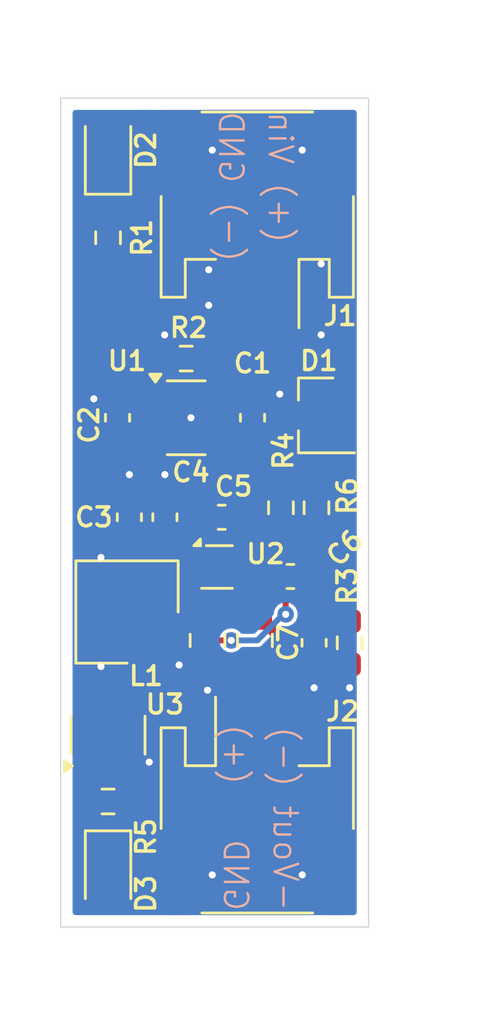
<source format=kicad_pcb>
(kicad_pcb (version 20240108) (generator "pcbnew") (generator_version "8.0")
  (layers (0 "F.Cu" signal) (31 "B.Cu" signal) (34 "B.Paste" user) (35 "F.Paste" user) (36 "B.SilkS" user "B.Silkscreen") (37 "F.SilkS" user "F.Silkscreen") (38 "B.Mask" user) (39 "F.Mask" user) (44 "Edge.Cuts" user))
  (net 0 "")
  (net 1 "GND")
  (net 2 "/-Vout")
  (net 3 "+BATT")
  (net 4 "Net-(U2-BST)")
  (net 5 "Net-(U2-SW)")
  (net 6 "Net-(U2-FB)")
  (net 7 "/Vin")
  (net 9 "Net-(D2-K)")
  (net 10 "Net-(D3-K)")
  (net 11 "Net-(D3-A)")
  (net 12 "Net-(U1-STAT)")
  (net 13 "Net-(U1-PROG)")
  (net 16 "Net-(U2-EN)")
  (footprint "Capacitor_SMD:C_0603_1608Metric_Pad1.08x0.95mm_HandSolder" (layer "F.Cu") (at 92.4 61.5 90)
    (property "Reference" "C2" (at -0.3 -1.2 -90) (layer "F.SilkS") (effects (font (size 0.8 0.8))))
    (property "Value" "10uF,25V,X5R,0603")
    (fp_line (start -0.146267 -0.51) (end 0.146267 -0.51) (stroke (width 0.12)) (layer "F.SilkS"))
    (fp_line (start -0.146267 0.51) (end 0.146267 0.51) (stroke (width 0.12)) (layer "F.SilkS"))
    (pad "1" smd roundrect (at -0.8625 0 90) (size 1.075 0.95) (layers "F.Cu" "F.Paste" "F.Mask") (net 3 "+BATT"))
    (pad "2" smd roundrect (at 0.8625 0 90) (size 1.075 0.95) (layers "F.Cu" "F.Paste" "F.Mask") (net 1 "GND"))
  )
  (footprint "Connector_User:JST_PH_S2B-PH-SM4-TB_1x02-1MP_P2.00mm_Horizontal" (layer "F.Cu") (at 98.3 53.1 180)
    (property "Reference" "J1" (at -3.5 -4.1 180) (layer "F.SilkS") (effects (font (size 0.8 0.8))))
    (property "Value" "JST_S2B-PH-SM4-x")
    (fp_line (start 4.06 0.94) (end 4.06 -3.31) (stroke (width 0.12)) (layer "F.SilkS"))
    (fp_line (start 4.06 -3.31) (end 3.04 -3.31) (stroke (width 0.12)) (layer "F.SilkS"))
    (fp_line (start 3.04 -1.71) (end 1.76 -1.71) (stroke (width 0.12)) (layer "F.SilkS"))
    (fp_line (start 3.04 -3.31) (end 3.04 -1.71) (stroke (width 0.12)) (layer "F.SilkS"))
    (fp_line (start -1.76 -1.71) (end -1.76 -4.6) (stroke (width 0.12)) (layer "F.SilkS"))
    (fp_line (start -2.34 4.51) (end 2.34 4.51) (stroke (width 0.12)) (layer "F.SilkS"))
    (fp_line (start -3.04 -1.71) (end -1.76 -1.71) (stroke (width 0.12)) (layer "F.SilkS"))
    (fp_line (start -3.04 -3.31) (end -3.04 -1.71) (stroke (width 0.12)) (layer "F.SilkS"))
    (fp_line (start -4.06 0.94) (end -4.06 -3.31) (stroke (width 0.12)) (layer "F.SilkS"))
    (fp_line (start -4.06 -3.31) (end -3.04 -3.31) (stroke (width 0.12)) (layer "F.SilkS"))
    (pad "1" smd roundrect (at -1 -2.85 180) (size 1 3.5) (layers "F.Cu" "F.Paste" "F.Mask") (net 7 "/Vin"))
    (pad "2" smd roundrect (at 1 -2.85 180) (size 1 3.5) (layers "F.Cu" "F.Paste" "F.Mask") (net 1 "GND"))
    (pad "MP1" smd roundrect (at -3.35 2.9 180) (size 1.5 3.4) (layers "F.Cu" "F.Paste" "F.Mask") (roundrect_rratio 0.166667) (net 1 "GND"))
    (pad "MP2" smd roundrect (at 3.35 2.9 180) (size 1.5 3.4) (layers "F.Cu" "F.Paste" "F.Mask") (roundrect_rratio 0.166667) (net 1 "GND"))
  )
  (footprint "Resistor_SMD:R_0603_1608Metric_Pad0.98x0.95mm_HandSolder" (layer "F.Cu") (at 99.3 65.3 90)
    (property "Reference" "R4" (at 2.4 0.1 -90) (layer "F.SilkS") (effects (font (size 0.8 0.8))))
    (property "Value" "4.7k,0603")
    (fp_line (start -0.254724 -0.5225) (end 0.254724 -0.5225) (stroke (width 0.12)) (layer "F.SilkS"))
    (fp_line (start -0.254724 0.5225) (end 0.254724 0.5225) (stroke (width 0.12)) (layer "F.SilkS"))
    (pad "1" smd roundrect (at -0.9125 0 90) (size 0.975 0.95) (layers "F.Cu" "F.Paste" "F.Mask") (net 6 "Net-(U2-FB)"))
    (pad "2" smd roundrect (at 0.9125 0 90) (size 0.975 0.95) (layers "F.Cu" "F.Paste" "F.Mask") (net 2 "/-Vout"))
  )
  (footprint "Package_TO_SOT_SMD:SOT-563" (layer "F.Cu") (at 96.6 67.8)
    (property "Reference" "U2" (at 2.05 -0.55 180) (layer "F.SilkS") (effects (font (size 0.8 0.8))))
    (property "Value" "TPS562242")
    (fp_line (start 0.65 -0.9) (end -0.45 -0.9) (stroke (width 0.12)) (layer "F.SilkS"))
    (fp_line (start 0.65 0.9) (end -0.65 0.9) (stroke (width 0.12)) (layer "F.SilkS"))
    (fp_poly (pts (xy -0.7 -0.9) (xy -0.98 -0.9) (xy -0.7 -1.18) (xy -0.7 -0.9)) (stroke (width 0.12)) (fill solid) (layer "F.SilkS"))
    (pad "1" smd roundrect (at -0.75 -0.5) (size 0.7 0.34) (layers "F.Cu" "F.Paste" "F.Mask") (net 3 "+BATT"))
    (pad "2" smd roundrect (at -0.75 0) (size 0.7 0.34) (layers "F.Cu" "F.Paste" "F.Mask") (net 5 "Net-(U2-SW)"))
    (pad "3" smd roundrect (at -0.75 0.5) (size 0.7 0.34) (layers "F.Cu" "F.Paste" "F.Mask") (net 2 "/-Vout"))
    (pad "4" smd roundrect (at 0.75 0.5) (size 0.7 0.34) (layers "F.Cu" "F.Paste" "F.Mask") (net 4 "Net-(U2-BST)"))
    (pad "5" smd roundrect (at 0.75 0) (size 0.7 0.34) (layers "F.Cu" "F.Paste" "F.Mask") (net 16 "Net-(U2-EN)"))
    (pad "6" smd roundrect (at 0.75 -0.5) (size 0.7 0.34) (layers "F.Cu" "F.Paste" "F.Mask") (net 6 "Net-(U2-FB)"))
  )
  (footprint "Package_TO_SOT_SMD_User:SOT-23_Handsoldering" (layer "F.Cu") (at 100.8 61.4 180)
    (property "Reference" "D1" (at -0.1 2.3 180) (layer "F.SilkS") (effects (font (size 0.8 0.8))))
    (property "Value" "824021")
    (fp_line (start 0.76 1.58) (end 0.76 0.65) (stroke (width 0.12)) (layer "F.SilkS"))
    (fp_line (start 0.76 1.58) (end -0.7 1.58) (stroke (width 0.12)) (layer "F.SilkS"))
    (fp_line (start 0.76 -1.58) (end 0.76 -0.65) (stroke (width 0.12)) (layer "F.SilkS"))
    (fp_line (start 0.76 -1.58) (end -1.6 -1.58) (stroke (width 0.12)) (layer "F.SilkS"))
    (pad "1" smd roundrect (at -1.1 -0.95 180) (size 1.1 0.8) (layers "F.Cu" "F.Paste" "F.Mask") (net 7 "/Vin"))
    (pad "2" smd roundrect (at -1.1 0.95 180) (size 1.1 0.8) (layers "F.Cu" "F.Paste" "F.Mask"))
    (pad "3" smd roundrect (at 1.1 0 180) (size 1.1 0.8) (layers "F.Cu" "F.Paste" "F.Mask") (net 1 "GND"))
  )
  (footprint "LED_SMD:LED_0805_2012Metric_Pad1.15x1.40mm_HandSolder" (layer "F.Cu") (at 92 50.2 90)
    (property "Reference" "D2" (at 0 1.6 -90) (layer "F.SilkS") (effects (font (size 0.8 0.8))))
    (property "Value" "150080GS75000")
    (fp_line (start 1 -0.96) (end -1.86 -0.96) (stroke (width 0.12)) (layer "F.SilkS"))
    (fp_line (start -1.86 -0.96) (end -1.86 0.96) (stroke (width 0.12)) (layer "F.SilkS"))
    (fp_line (start -1.86 0.96) (end 1 0.96) (stroke (width 0.12)) (layer "F.SilkS"))
    (pad "1" smd roundrect (at -1.025 0 90) (size 1.15 1.4) (layers "F.Cu" "F.Paste" "F.Mask") (roundrect_rratio 0.217391) (net 9 "Net-(D2-K)"))
    (pad "2" smd roundrect (at 1.025 0 90) (size 1.15 1.4) (layers "F.Cu" "F.Paste" "F.Mask") (roundrect_rratio 0.217391) (net 7 "/Vin"))
  )
  (footprint "Resistor_SMD:R_0603_1608Metric_Pad0.98x0.95mm_HandSolder" (layer "F.Cu") (at 92 53.9 -90)
    (property "Reference" "R1" (at 0 -1.43 90) (layer "F.SilkS") (effects (font (size 0.8 0.8))))
    (property "Value" "2k,0603")
    (fp_line (start -0.254724 0.5225) (end 0.254724 0.5225) (stroke (width 0.12)) (layer "F.SilkS"))
    (fp_line (start -0.254724 -0.5225) (end 0.254724 -0.5225) (stroke (width 0.12)) (layer "F.SilkS"))
    (pad "1" smd roundrect (at -0.9125 0 270) (size 0.975 0.95) (layers "F.Cu" "F.Paste" "F.Mask") (net 9 "Net-(D2-K)"))
    (pad "2" smd roundrect (at 0.9125 0 270) (size 0.975 0.95) (layers "F.Cu" "F.Paste" "F.Mask") (net 12 "Net-(U1-STAT)"))
  )
  (footprint "Package_TO_SOT_SMD:SOT-23-5" (layer "F.Cu") (at 95.3 61.5)
    (property "Reference" "U1" (at -2.5 -2.4 0) (layer "F.SilkS") (effects (font (size 0.8 0.8))))
    (property "Value" "MCP73831-2-OT")
    (fp_line (start 0 -1.56) (end -0.8 -1.56) (stroke (width 0.12)) (layer "F.SilkS"))
    (fp_line (start 0 -1.56) (end 0.8 -1.56) (stroke (width 0.12)) (layer "F.SilkS"))
    (fp_line (start 0 1.56) (end -0.8 1.56) (stroke (width 0.12)) (layer "F.SilkS"))
    (fp_line (start 0 1.56) (end 0.8 1.56) (stroke (width 0.12)) (layer "F.SilkS"))
    (fp_poly (pts (xy -1.3 -1.51) (xy -1.54 -1.84) (xy -1.06 -1.84) (xy -1.3 -1.51)) (stroke (width 0.12)) (fill solid) (layer "F.SilkS"))
    (pad "1" smd roundrect (at -1.1375 -0.95) (size 1.325 0.6) (layers "F.Cu" "F.Paste" "F.Mask") (net 12 "Net-(U1-STAT)"))
    (pad "2" smd roundrect (at -1.1375 0) (size 1.325 0.6) (layers "F.Cu" "F.Paste" "F.Mask") (net 1 "GND"))
    (pad "3" smd roundrect (at -1.1375 0.95) (size 1.325 0.6) (layers "F.Cu" "F.Paste" "F.Mask") (net 3 "+BATT"))
    (pad "4" smd roundrect (at 1.1375 0.95) (size 1.325 0.6) (layers "F.Cu" "F.Paste" "F.Mask") (net 7 "/Vin"))
    (pad "5" smd roundrect (at 1.1375 -0.95) (size 1.325 0.6) (layers "F.Cu" "F.Paste" "F.Mask") (net 13 "Net-(U1-PROG)"))
  )
  (footprint "Capacitor_SMD:C_0603_1608Metric_Pad1.08x0.95mm_HandSolder" (layer "F.Cu") (at 92.9 65.7 90)
    (property "Reference" "C3" (at 0 -1.5 0) (layer "F.SilkS") (effects (font (size 0.8 0.8))))
    (property "Value" "10uF,25V,X5R,0603")
    (fp_line (start -0.146267 -0.51) (end 0.146267 -0.51) (stroke (width 0.12)) (layer "F.SilkS"))
    (fp_line (start -0.146267 0.51) (end 0.146267 0.51) (stroke (width 0.12)) (layer "F.SilkS"))
    (pad "1" smd roundrect (at -0.8625 0 90) (size 1.075 0.95) (layers "F.Cu" "F.Paste" "F.Mask") (net 3 "+BATT"))
    (pad "2" smd roundrect (at 0.8625 0 90) (size 1.075 0.95) (layers "F.Cu" "F.Paste" "F.Mask") (net 1 "GND"))
  )
  (footprint "Connector_User:JST_PH_S2B-PH-SM4-TB_1x02-1MP_P2.00mm_Horizontal" (layer "F.Cu") (at 98.3 77.9)
    (property "Reference" "J2" (at 3.6 -4 0) (layer "F.SilkS") (effects (font (size 0.8 0.8))))
    (property "Value" "JST_S2B-PH-SM4-x")
    (fp_line (start -4.06 -3.31) (end -3.04 -3.31) (stroke (width 0.12)) (layer "F.SilkS"))
    (fp_line (start -4.06 0.94) (end -4.06 -3.31) (stroke (width 0.12)) (layer "F.SilkS"))
    (fp_line (start -3.04 -3.31) (end -3.04 -1.71) (stroke (width 0.12)) (layer "F.SilkS"))
    (fp_line (start -3.04 -1.71) (end -1.76 -1.71) (stroke (width 0.12)) (layer "F.SilkS"))
    (fp_line (start -2.34 4.51) (end 2.34 4.51) (stroke (width 0.12)) (layer "F.SilkS"))
    (fp_line (start -1.76 -1.71) (end -1.76 -4.6) (stroke (width 0.12)) (layer "F.SilkS"))
    (fp_line (start 3.04 -3.31) (end 3.04 -1.71) (stroke (width 0.12)) (layer "F.SilkS"))
    (fp_line (start 3.04 -1.71) (end 1.76 -1.71) (stroke (width 0.12)) (layer "F.SilkS"))
    (fp_line (start 4.06 -3.31) (end 3.04 -3.31) (stroke (width 0.12)) (layer "F.SilkS"))
    (fp_line (start 4.06 0.94) (end 4.06 -3.31) (stroke (width 0.12)) (layer "F.SilkS"))
    (pad "1" smd roundrect (at -1 -2.85) (size 1 3.5) (layers "F.Cu" "F.Paste" "F.Mask") (net 1 "GND"))
    (pad "2" smd roundrect (at 1 -2.85) (size 1 3.5) (layers "F.Cu" "F.Paste" "F.Mask") (net 2 "/-Vout"))
    (pad "MP1" smd roundrect (at -3.35 2.9) (size 1.5 3.4) (layers "F.Cu" "F.Paste" "F.Mask") (roundrect_rratio 0.166667) (net 1 "GND"))
    (pad "MP2" smd roundrect (at 3.35 2.9) (size 1.5 3.4) (layers "F.Cu" "F.Paste" "F.Mask") (roundrect_rratio 0.166667) (net 1 "GND"))
  )
  (footprint "Capacitor_SMD:C_0603_1608Metric_Pad1.08x0.95mm_HandSolder" (layer "F.Cu") (at 99.7 68.2)
    (property "Reference" "C6" (at 2.3 -1.2 45) (layer "F.SilkS") (effects (font (size 0.8 0.8))))
    (property "Value" "100nF,50V,X7R,0603")
    (fp_line (start -0.146267 -0.51) (end 0.146267 -0.51) (stroke (width 0.12)) (layer "F.SilkS"))
    (fp_line (start -0.146267 0.51) (end 0.146267 0.51) (stroke (width 0.12)) (layer "F.SilkS"))
    (pad "1" smd roundrect (at -0.8625 0) (size 1.075 0.95) (layers "F.Cu" "F.Paste" "F.Mask") (net 4 "Net-(U2-BST)"))
    (pad "2" smd roundrect (at 0.8625 0) (size 1.075 0.95) (layers "F.Cu" "F.Paste" "F.Mask") (net 5 "Net-(U2-SW)"))
  )
  (footprint "Resistor_SMD:R_0603_1608Metric_Pad0.98x0.95mm_HandSolder" (layer "F.Cu") (at 92 77.7 180)
    (property "Reference" "R5" (at -1.6 -1.5 -90) (layer "F.SilkS") (effects (font (size 0.8 0.8))))
    (property "Value" "27.4k,0603")
    (fp_line (start -0.254724 0.5225) (end 0.254724 0.5225) (stroke (width 0.12)) (layer "F.SilkS"))
    (fp_line (start -0.254724 -0.5225) (end 0.254724 -0.5225) (stroke (width 0.12)) (layer "F.SilkS"))
    (pad "1" smd roundrect (at -0.9125 0 180) (size 0.975 0.95) (layers "F.Cu" "F.Paste" "F.Mask") (net 3 "+BATT"))
    (pad "2" smd roundrect (at 0.9125 0 180) (size 0.975 0.95) (layers "F.Cu" "F.Paste" "F.Mask") (net 11 "Net-(D3-A)"))
  )
  (footprint "Capacitor_SMD:C_0603_1608Metric_Pad1.08x0.95mm_HandSolder" (layer "F.Cu") (at 98.1 61.5 90)
    (property "Reference" "C1" (at 2.3 0 0) (layer "F.SilkS") (effects (font (size 0.8 0.8))))
    (property "Value" "10uF,25V,X5R,0603")
    (fp_line (start -0.146267 -0.51) (end 0.146267 -0.51) (stroke (width 0.12)) (layer "F.SilkS"))
    (fp_line (start -0.146267 0.51) (end 0.146267 0.51) (stroke (width 0.12)) (layer "F.SilkS"))
    (pad "1" smd roundrect (at -0.8625 0 90) (size 1.075 0.95) (layers "F.Cu" "F.Paste" "F.Mask") (net 7 "/Vin"))
    (pad "2" smd roundrect (at 0.8625 0 90) (size 1.075 0.95) (layers "F.Cu" "F.Paste" "F.Mask") (net 1 "GND"))
  )
  (footprint "Capacitor_SMD:C_0805_2012Metric_Pad1.18x1.45mm_HandSolder" (layer "F.Cu") (at 96.2 70.9 90)
    (property "Reference" "C8" (hide yes))
    (property "Value" "22uF,25V,X5R,0805")
    (fp_line (start -0.261252 -0.735) (end 0.261252 -0.735) (stroke (width 0.12)) (layer "F.SilkS"))
    (fp_line (start -0.261252 0.735) (end 0.261252 0.735) (stroke (width 0.12)) (layer "F.SilkS"))
    (pad "1" smd roundrect (at -1.0375 0 90) (size 1.175 1.45) (layers "F.Cu" "F.Paste" "F.Mask") (roundrect_rratio 0.212766) (net 1 "GND"))
    (pad "2" smd roundrect (at 1.0375 0 90) (size 1.175 1.45) (layers "F.Cu" "F.Paste" "F.Mask") (roundrect_rratio 0.212766) (net 2 "/-Vout"))
  )
  (footprint "Capacitor_SMD:C_0603_1608Metric_Pad1.08x0.95mm_HandSolder" (layer "F.Cu") (at 100.7 71 90)
    (property "Reference" "C7" (at 0 -1.1 -90) (layer "F.SilkS") (effects (font (size 0.8 0.8))))
    (property "Value" "56pF,50V,C0G,0603")
    (fp_line (start -0.146267 -0.51) (end 0.146267 -0.51) (stroke (width 0.12)) (layer "F.SilkS"))
    (fp_line (start -0.146267 0.51) (end 0.146267 0.51) (stroke (width 0.12)) (layer "F.SilkS"))
    (pad "1" smd roundrect (at -0.8625 0 90) (size 1.075 0.95) (layers "F.Cu" "F.Paste" "F.Mask") (net 1 "GND"))
    (pad "2" smd roundrect (at 0.8625 0 90) (size 1.075 0.95) (layers "F.Cu" "F.Paste" "F.Mask") (net 6 "Net-(U2-FB)"))
  )
  (footprint "LED_SMD:LED_0805_2012Metric_Pad1.15x1.40mm_HandSolder" (layer "F.Cu") (at 92 80.8 -90)
    (property "Reference" "D3" (at 0.8 -1.6 90) (layer "F.SilkS") (effects (font (size 0.8 0.8))))
    (property "Value" "150080SS75000")
    (fp_line (start -1.86 0.96) (end 1 0.96) (stroke (width 0.12)) (layer "F.SilkS"))
    (fp_line (start -1.86 -0.96) (end -1.86 0.96) (stroke (width 0.12)) (layer "F.SilkS"))
    (fp_line (start 1 -0.96) (end -1.86 -0.96) (stroke (width 0.12)) (layer "F.SilkS"))
    (pad "1" smd roundrect (at -1.025 0 270) (size 1.15 1.4) (layers "F.Cu" "F.Paste" "F.Mask") (roundrect_rratio 0.217391) (net 10 "Net-(D3-K)"))
    (pad "2" smd roundrect (at 1.025 0 270) (size 1.15 1.4) (layers "F.Cu" "F.Paste" "F.Mask") (roundrect_rratio 0.217391) (net 11 "Net-(D3-A)"))
  )
  (footprint "Inductor_SMD_User:L_Wurth_WE-MAPI-4020" (layer "F.Cu") (at 92.8 69.7 180)
    (property "Reference" "L1" (at -0.8 -2.7 0) (layer "F.SilkS") (effects (font (size 0.8 0.8))))
    (property "Value" "74438356056")
    (fp_line (start 2.16 -2.16) (end 2.16 2.16) (stroke (width 0.12)) (layer "F.SilkS"))
    (fp_line (start 0 -2.16) (end 2.16 -2.16) (stroke (width 0.12)) (layer "F.SilkS"))
    (fp_line (start -2.16 2.16) (end 2.16 2.16) (stroke (width 0.12)) (layer "F.SilkS"))
    (fp_line (start -2.16 0) (end -2.16 2.16) (stroke (width 0.12)) (layer "F.SilkS"))
    (pad "1" smd rect (at -1.185 0 180) (size 0.98 3.7) (layers "F.Cu" "F.Paste" "F.Mask") (net 5 "Net-(U2-SW)"))
    (pad "2" smd rect (at 1.185 0 180) (size 0.98 3.7) (layers "F.Cu" "F.Paste" "F.Mask") (net 1 "GND"))
    (zone (net 0) (net_name "") (layers "F.Cu" "Dwgs.User") (name "Solder Resist") (connect_pads (clearance 0)) (min_thickness 0.25)
      (keepout (tracks not_allowed) (vias not_allowed) (pads not_allowed) (copperpour not_allowed) (footprints not_allowed))
      (fill (thermal_gap 0.5) (thermal_bridge_width 0.5))
      (polygon (pts (xy 93.5 67.55) (xy 92.1 67.55) (xy 92.1 71.85) (xy 93.5 71.85)))
    )
  )
  (footprint "Resistor_SMD:R_0603_1608Metric_Pad0.98x0.95mm_HandSolder" (layer "F.Cu") (at 95.3 59 180)
    (property "Reference" "R2" (at -0.1 1.3 180) (layer "F.SilkS") (effects (font (size 0.8 0.8))))
    (property "Value" "2k,0603")
    (fp_line (start -0.254724 0.5225) (end 0.254724 0.5225) (stroke (width 0.12)) (layer "F.SilkS"))
    (fp_line (start -0.254724 -0.5225) (end 0.254724 -0.5225) (stroke (width 0.12)) (layer "F.SilkS"))
    (pad "1" smd roundrect (at -0.9125 0 180) (size 0.975 0.95) (layers "F.Cu" "F.Paste" "F.Mask") (net 13 "Net-(U1-PROG)"))
    (pad "2" smd roundrect (at 0.9125 0 180) (size 0.975 0.95) (layers "F.Cu" "F.Paste" "F.Mask") (net 1 "GND"))
  )
  (footprint "Package_TO_SOT_SMD:SOT-23-5" (layer "F.Cu") (at 92 74.9 90)
    (property "Reference" "U3" (at 1.3 2.4 0) (layer "F.SilkS") (effects (font (size 0.8 0.8))))
    (property "Value" "BD4836G-xx")
    (fp_line (start 0 -1.56) (end 0.8 -1.56) (stroke (width 0.12)) (layer "F.SilkS"))
    (fp_line (start 0 -1.56) (end -0.8 -1.56) (stroke (width 0.12)) (layer "F.SilkS"))
    (fp_line (start 0 1.56) (end 0.8 1.56) (stroke (width 0.12)) (layer "F.SilkS"))
    (fp_line (start 0 1.56) (end -0.8 1.56) (stroke (width 0.12)) (layer "F.SilkS"))
    (fp_poly (pts (xy -1.3 -1.51) (xy -1.54 -1.84) (xy -1.06 -1.84) (xy -1.3 -1.51)) (stroke (width 0.12)) (fill solid) (layer "F.SilkS"))
    (pad "1" smd roundrect (at -1.1375 -0.95 90) (size 1.325 0.6) (layers "F.Cu" "F.Paste" "F.Mask") (net 10 "Net-(D3-K)"))
    (pad "2" smd roundrect (at -1.1375 0 90) (size 1.325 0.6) (layers "F.Cu" "F.Paste" "F.Mask") (net 3 "+BATT"))
    (pad "3" smd roundrect (at -1.1375 0.95 90) (size 1.325 0.6) (layers "F.Cu" "F.Paste" "F.Mask") (net 1 "GND"))
    (pad "4" smd roundrect (at 1.1375 0.95 90) (size 1.325 0.6) (layers "F.Cu" "F.Paste" "F.Mask"))
    (pad "5" smd roundrect (at 1.1375 -0.95 90) (size 1.325 0.6) (layers "F.Cu" "F.Paste" "F.Mask"))
  )
  (footprint "Resistor_SMD:R_0603_1608Metric_Pad0.98x0.95mm_HandSolder" (layer "F.Cu") (at 100.8 65.3 -90)
    (property "Reference" "R6" (at -0.5 -1.3 90) (layer "F.SilkS") (effects (font (size 0.8 0.8))))
    (property "Value" "10k,0603")
    (fp_line (start -0.254724 0.5225) (end 0.254724 0.5225) (stroke (width 0.12)) (layer "F.SilkS"))
    (fp_line (start -0.254724 -0.5225) (end 0.254724 -0.5225) (stroke (width 0.12)) (layer "F.SilkS"))
    (pad "1" smd roundrect (at -0.9125 0 270) (size 0.975 0.95) (layers "F.Cu" "F.Paste" "F.Mask") (net 3 "+BATT"))
    (pad "2" smd roundrect (at 0.9125 0 270) (size 0.975 0.95) (layers "F.Cu" "F.Paste" "F.Mask") (net 16 "Net-(U2-EN)"))
  )
  (footprint "Capacitor_SMD:C_0603_1608Metric_Pad1.08x0.95mm_HandSolder" (layer "F.Cu") (at 96.8 65.7)
    (property "Reference" "C5" (at 0.5 -1.3 180) (layer "F.SilkS") (effects (font (size 0.8 0.8))))
    (property "Value" "10uF,25V,X5R,0603")
    (fp_line (start -0.146267 -0.51) (end 0.146267 -0.51) (stroke (width 0.12)) (layer "F.SilkS"))
    (fp_line (start -0.146267 0.51) (end 0.146267 0.51) (stroke (width 0.12)) (layer "F.SilkS"))
    (pad "1" smd roundrect (at -0.8625 0) (size 1.075 0.95) (layers "F.Cu" "F.Paste" "F.Mask") (net 3 "+BATT"))
    (pad "2" smd roundrect (at 0.8625 0) (size 1.075 0.95) (layers "F.Cu" "F.Paste" "F.Mask") (net 2 "/-Vout"))
  )
  (footprint "Resistor_SMD:R_0603_1608Metric_Pad0.98x0.95mm_HandSolder" (layer "F.Cu") (at 102.2 71 90)
    (property "Reference" "R3" (at 2.4 -0.1 90) (layer "F.SilkS") (effects (font (size 0.8 0.8))))
    (property "Value" "20k,0603")
    (fp_line (start -0.254724 -0.5225) (end 0.254724 -0.5225) (stroke (width 0.12)) (layer "F.SilkS"))
    (fp_line (start -0.254724 0.5225) (end 0.254724 0.5225) (stroke (width 0.12)) (layer "F.SilkS"))
    (pad "1" smd roundrect (at -0.9125 0 90) (size 0.975 0.95) (layers "F.Cu" "F.Paste" "F.Mask") (net 1 "GND"))
    (pad "2" smd roundrect (at 0.9125 0 90) (size 0.975 0.95) (layers "F.Cu" "F.Paste" "F.Mask") (net 6 "Net-(U2-FB)"))
  )
  (footprint "Capacitor_SMD:C_0603_1608Metric_Pad1.08x0.95mm_HandSolder" (layer "F.Cu") (at 94.4 65.7 90)
    (property "Reference" "C4" (at 1.9 1.1 180) (layer "F.SilkS") (effects (font (size 0.8 0.8))))
    (property "Value" "10uF,25V,X5R,0603")
    (fp_line (start -0.146267 -0.51) (end 0.146267 -0.51) (stroke (width 0.12)) (layer "F.SilkS"))
    (fp_line (start -0.146267 0.51) (end 0.146267 0.51) (stroke (width 0.12)) (layer "F.SilkS"))
    (pad "1" smd roundrect (at -0.8625 0 90) (size 1.075 0.95) (layers "F.Cu" "F.Paste" "F.Mask") (net 3 "+BATT"))
    (pad "2" smd roundrect (at 0.8625 0 90) (size 1.075 0.95) (layers "F.Cu" "F.Paste" "F.Mask") (net 1 "GND"))
  )
  (footprint "Capacitor_SMD:C_0805_2012Metric_Pad1.18x1.45mm_HandSolder" (layer "F.Cu") (at 98.2 70.9 90)
    (property "Reference" "C9" (hide yes))
    (property "Value" "22uF,25V,X5R,0805")
    (fp_line (start -0.261252 -0.735) (end 0.261252 -0.735) (stroke (width 0.12)) (layer "F.SilkS"))
    (fp_line (start -0.261252 0.735) (end 0.261252 0.735) (stroke (width 0.12)) (layer "F.SilkS"))
    (pad "1" smd roundrect (at -1.0375 0 90) (size 1.175 1.45) (layers "F.Cu" "F.Paste" "F.Mask") (roundrect_rratio 0.212766) (net 1 "GND"))
    (pad "2" smd roundrect (at 1.0375 0 90) (size 1.175 1.45) (layers "F.Cu" "F.Paste" "F.Mask") (roundrect_rratio 0.212766) (net 2 "/-Vout"))
  )
  (gr_line (start 103 48) (end 103 83) (stroke (width 0.05)) (layer "Edge.Cuts"))
  (gr_line (start 103 83) (end 90 83) (stroke (width 0.05)) (layer "Edge.Cuts"))
  (gr_line (start 90 83) (end 90 48) (stroke (width 0.05)) (layer "Edge.Cuts"))
  (gr_line (start 90 48) (end 103 48) (stroke (width 0.05)) (layer "Edge.Cuts"))
  (gr_text "GND   (+)" (at 96.8 82.4 270) (layer "B.SilkS") (effects (font (size 1 1) (thickness 0.1)) (justify left bottom mirror)))
  (gr_text "(-) GND" (at 96.6 55 270) (layer "B.SilkS") (effects (font (size 1 1) (thickness 0.1)) (justify left bottom mirror)))
  (gr_text "-Vout (-)" (at 98.9 82.4 270) (layer "B.SilkS") (effects (font (size 1 1) (thickness 0.1)) (justify left bottom mirror)))
  (gr_text "(+) Vin" (at 98.7 54.2 270) (layer "B.SilkS") (effects (font (size 1 1) (thickness 0.1)) (justify left bottom mirror)))
  (segment (start 92.9 64.8375) (end 92.9 63.9) (width 0.3) (layer "F.Cu") (net 1))
  (segment (start 95.1375 71.9375) (end 96.2 71.9375) (width 0.8) (layer "F.Cu") (net 1))
  (segment (start 91.4625 60.6375) (end 91.4 60.7) (width 0.4) (layer "F.Cu") (net 1))
  (segment (start 99.7 60.7) (end 99.7 61.4) (width 0.3) (layer "F.Cu") (net 1))
  (segment (start 97.3 55.25) (end 97.3 55.95) (width 0.3) (layer "F.Cu") (net 1))
  (segment (start 97.3 56.75) (end 97.3 55.95) (width 0.3) (layer "F.Cu") (net 1))
  (segment (start 91.7 69.615) (end 91.615 69.7) (width 0.4) (layer "F.Cu") (net 1))
  (segment (start 93.7375 76.0375) (end 92.95 76.0375) (width 0.25) (layer "F.Cu") (net 1))
  (segment (start 100.7 71.8625) (end 100.7 72.9) (width 0.3) (layer "F.Cu") (net 1))
  (segment (start 91.7 69.785) (end 91.615 69.7) (width 0.4) (layer "F.Cu") (net 1))
  (segment (start 96.2 71.9375) (end 98.2 71.9375) (width 0.8) (layer "F.Cu") (net 1))
  (segment (start 91.984314 72.3) (end 91.7 72.015686) (width 0.8) (layer "F.Cu") (net 1))
  (segment (start 97.3 58.4) (end 98.1 59.2) (width 0.5) (layer "F.Cu") (net 1))
  (segment (start 94.6 72.3) (end 91.984314 72.3) (width 0.8) (layer "F.Cu") (net 1))
  (segment (start 91.7 72.015686) (end 91.7 72) (width 0.8) (layer "F.Cu") (net 1))
  (segment (start 91.7 67.4) (end 91.7 69.615) (width 0.4) (layer "F.Cu") (net 1))
  (segment (start 97.3 73.7) (end 97.3 75.05) (width 0.5) (layer "F.Cu") (net 1))
  (segment (start 98.1 59.2) (end 98.1 60.6375) (width 0.5) (layer "F.Cu") (net 1))
  (segment (start 96.25 55.25) (end 97.3 55.25) (width 0.5) (layer "F.Cu") (net 1))
  (segment (start 91.7 72) (end 91.7 69.785) (width 0.7) (layer "F.Cu") (net 1))
  (segment (start 94.9625 71.9375) (end 94.6 72.3) (width 0.8) (layer "F.Cu") (net 1))
  (segment (start 96.2 71.9375) (end 96.2 73) (width 0.5) (layer "F.Cu") (net 1))
  (segment (start 94.3875 58) (end 94.3875 59) (width 0.25) (layer "F.Cu") (net 1))
  (segment (start 93.2625 61.5) (end 92.4 60.6375) (width 0.4) (layer "F.Cu") (net 1))
  (segment (start 99.5 60.5) (end 99.7 60.7) (width 0.3) (layer "F.Cu") (net 1))
  (segment (start 94.4 64.8375) (end 94.4 63.9) (width 0.3) (layer "F.Cu") (net 1))
  (segment (start 99.25 60.5) (end 98.2375 60.5) (width 0.5) (layer "F.Cu") (net 1))
  (segment (start 98.2375 60.5) (end 98.1 60.6375) (width 0.3) (layer "F.Cu") (net 1))
  (segment (start 94.1625 61.5) (end 93.2625 61.5) (width 0.4) (layer "F.Cu") (net 1))
  (segment (start 98.2 71.9375) (end 98.2 72.8) (width 0.5) (layer "F.Cu") (net 1))
  (segment (start 97.3 55.95) (end 97.3 58.4) (width 0.5) (layer "F.Cu") (net 1))
  (segment (start 102.2 71.9125) (end 102.2 72.9) (width 0.3) (layer "F.Cu") (net 1))
  (segment (start 99.25 60.5) (end 99.5 60.5) (width 0.3) (layer "F.Cu") (net 1))
  (segment (start 92.4 60.6375) (end 91.4625 60.6375) (width 0.4) (layer "F.Cu") (net 1))
  (segment (start 98.2 72.8) (end 97.3 73.7) (width 0.5) (layer "F.Cu") (net 1))
  (segment (start 95.1375 71.9375) (end 94.9625 71.9375) (width 0.8) (layer "F.Cu") (net 1))
  (segment (start 96.25 56.75) (end 97.3 56.75) (width 0.5) (layer "F.Cu") (net 1))
  (via (at 91.7 72) (size 0.7) (drill 0.3) (layers "F.Cu" "B.Cu") (net 1))
  (via (at 101 55) (size 0.6) (drill 0.3) (layers "F.Cu" "B.Cu") (net 1))
  (via (at 91.7 67.4) (size 0.7) (drill 0.3) (layers "F.Cu" "B.Cu") (net 1))
  (via (at 100.2 80.8) (size 0.6) (drill 0.3) (layers "F.Cu" "B.Cu") (net 1))
  (via (at 91.4 60.7) (size 0.6) (drill 0.3) (layers "F.Cu" "B.Cu") (net 1))
  (via (at 95 71.9375) (size 0.6) (drill 0.3) (layers "F.Cu" "B.Cu") (net 1))
  (via (at 96.4 50.2) (size 0.6) (drill 0.3) (layers "F.Cu" "B.Cu") (net 1))
  (via (at 96.4 80.8) (size 0.6) (drill 0.3) (layers "F.Cu" "B.Cu") (net 1))
  (via (at 101 58) (size 0.6) (drill 0.3) (layers "F.Cu" "B.Cu") (net 1))
  (via (at 94.3875 58) (size 0.6) (drill 0.3) (layers "F.Cu" "B.Cu") (net 1))
  (via (at 99.25 60.5) (size 0.6) (drill 0.3) (layers "F.Cu" "B.Cu") (net 1))
  (via (at 95.5 61.5) (size 0.6) (drill 0.3) (layers "F.Cu" "B.Cu") (net 1))
  (via (at 100.2 50.2) (size 0.6) (drill 0.3) (layers "F.Cu" "B.Cu") (net 1))
  (via (at 96.2 73) (size 0.6) (drill 0.3) (layers "F.Cu" "B.Cu") (net 1))
  (via (at 94.4 63.9) (size 0.6) (drill 0.3) (layers "F.Cu" "B.Cu") (net 1))
  (via (at 96.25 56.75) (size 0.6) (drill 0.3) (layers "F.Cu" "B.Cu") (net 1))
  (via (at 102.2 72.9) (size 0.6) (drill 0.3) (layers "F.Cu" "B.Cu") (net 1))
  (via (at 96.25 55.25) (size 0.6) (drill 0.3) (layers "F.Cu" "B.Cu") (net 1))
  (via (at 93.7375 76.0375) (size 0.6) (drill 0.3) (layers "F.Cu" "B.Cu") (net 1))
  (via (at 92.9 63.9) (size 0.6) (drill 0.3) (layers "F.Cu" "B.Cu") (net 1))
  (via (at 100.7 72.9) (size 0.6) (drill 0.3) (layers "F.Cu" "B.Cu") (net 1))
  (segment (start 96.6 68.7) (end 96.6 66.7625) (width 0.4) (layer "F.Cu") (net 2))
  (segment (start 99.5 71) (end 99.5 72.9) (width 0.5) (layer "F.Cu") (net 2))
  (segment (start 96.4 68.9) (end 96.6 68.7) (width 0.4) (layer "F.Cu") (net 2))
  (segment (start 99.5 72.9) (end 99.3 73.1) (width 0.5) (layer "F.Cu") (net 2))
  (segment (start 98.2 69.9) (end 98.2 69.8625) (width 0.5) (layer "F.Cu") (net 2))
  (segment (start 97.2 69.8625) (end 96.2 69.8625) (width 0.5) (layer "F.Cu") (net 2))
  (segment (start 97.6625 64.8375) (end 97.6625 65.7) (width 0.2) (layer "F.Cu") (net 2))
  (segment (start 96.2 68.9) (end 96 68.7) (width 0.3) (layer "F.Cu") (net 2))
  (segment (start 96 68.7) (end 96 68.3) (width 0.3) (layer "F.Cu") (net 2))
  (segment (start 96.2 69.8625) (end 96.2 68.9) (width 0.4) (layer "F.Cu") (net 2))
  (segment (start 98.2 69.8625) (end 97.2 69.8625) (width 0.5) (layer "F.Cu") (net 2))
  (segment (start 99.3 73.1) (end 99.3 75.05) (width 0.5) (layer "F.Cu") (net 2))
  (segment (start 95.85 69.5125) (end 96.2 69.8625) (width 0.3) (layer "F.Cu") (net 2))
  (segment (start 96.2 69.8625) (end 96.6 69.4625) (width 0.3) (layer "F.Cu") (net 2))
  (segment (start 99.3 64.3875) (end 98.1125 64.3875) (width 0.2) (layer "F.Cu") (net 2))
  (segment (start 98.3625 69.8625) (end 99.5 71) (width 0.5) (layer "F.Cu") (net 2))
  (segment (start 96.2 68.9) (end 96.4 68.9) (width 0.4) (layer "F.Cu") (net 2))
  (segment (start 96.6 66.7625) (end 97.6625 65.7) (width 0.4) (layer "F.Cu") (net 2))
  (segment (start 98.2 69.8625) (end 98.3625 69.8625) (width 0.5) (layer "F.Cu") (net 2))
  (segment (start 98.1125 64.3875) (end 97.6625 64.8375) (width 0.2) (layer "F.Cu") (net 2))
  (segment (start 95.6 66.0375) (end 95.9375 65.7) (width 0.3) (layer "F.Cu") (net 3))
  (segment (start 100.8 64) (end 100.2 63.4) (width 0.4) (layer "F.Cu") (net 3))
  (segment (start 92.4 62.3625) (end 92.4 63.2) (width 0.4) (layer "F.Cu") (net 3))
  (segment (start 92.4 63.2) (end 91.6 64) (width 0.4) (layer "F.Cu") (net 3))
  (segment (start 92 76.64375) (end 92.9125 77.55625) (width 0.2) (layer "F.Cu") (net 3))
  (segment (start 92.4875 62.45) (end 92.4 62.3625) (width 0.25) (layer "F.Cu") (net 3))
  (segment (start 92.9125 77.55625) (end 92.9125 77.7) (width 0.2) (layer "F.Cu") (net 3))
  (segment (start 91.6 66.3) (end 91.8625 66.5625) (width 0.4) (layer "F.Cu") (net 3))
  (segment (start 90.7 72.1) (end 92 73.4) (width 0.2) (layer "F.Cu") (net 3))
  (segment (start 100.2 63.4) (end 98.2375 63.4) (width 0.4) (layer "F.Cu") (net 3))
  (segment (start 91.6 66.1) (end 90.7 67) (width 0.2) (layer "F.Cu") (net 3))
  (segment (start 91.8625 66.5625) (end 92.9 66.5625) (width 0.4) (layer "F.Cu") (net 3))
  (segment (start 91.6 64) (end 91.6 66.1) (width 0.4) (layer "F.Cu") (net 3))
  (segment (start 95.9375 67.2125) (end 95.85 67.3) (width 0.2) (layer "F.Cu") (net 3))
  (segment (start 95.85 67.3) (end 95.85 66.95) (width 0.3) (layer "F.Cu") (net 3))
  (segment (start 94.1625 62.45) (end 92.4875 62.45) (width 0.4) (layer "F.Cu") (net 3))
  (segment (start 100.8 64.3875) (end 100.8 64) (width 0.4) (layer "F.Cu") (net 3))
  (segment (start 95.6 66.7) (end 95.6 66.0375) (width 0.3) (layer "F.Cu") (net 3))
  (segment (start 90.7 67) (end 90.7 72.1) (width 0.2) (layer "F.Cu") (net 3))
  (segment (start 92 76.0375) (end 92 76.64375) (width 0.2) (layer "F.Cu") (net 3))
  (segment (start 91.6 66.1) (end 91.6 66.3) (width 0.4) (layer "F.Cu") (net 3))
  (segment (start 95.85 66.95) (end 95.6 66.7) (width 0.3) (layer "F.Cu") (net 3))
  (segment (start 94.4 66.5625) (end 92.9 66.5625) (width 0.6) (layer "F.Cu") (net 3))
  (segment (start 98.2375 63.4) (end 95.9375 65.7) (width 0.4) (layer "F.Cu") (net 3))
  (segment (start 92 73.4) (end 92 76.0375) (width 0.2) (layer "F.Cu") (net 3))
  (segment (start 98.8375 68.2) (end 98.7375 68.3) (width 0.25) (layer "F.Cu") (net 4))
  (segment (start 98.7375 68.3) (end 97.35 68.3) (width 0.25) (layer "F.Cu") (net 4))
  (segment (start 93.985 68.515) (end 94.7 67.8) (width 0.5) (layer "F.Cu") (net 5))
  (segment (start 95.02125 70.52125) (end 95.4 70.9) (width 0.25) (layer "F.Cu") (net 5))
  (segment (start 93.985 69.7) (end 94.7 69.7) (width 0.25) (layer "F.Cu") (net 5))
  (segment (start 95.1 67.8) (end 95.85 67.8) (width 0.3) (layer "F.Cu") (net 5))
  (segment (start 94.7 69.7) (end 95.02125 70.02125) (width 0.25) (layer "F.Cu") (net 5))
  (segment (start 95.02125 70.02125) (end 95.02125 70.52125) (width 0.25) (layer "F.Cu") (net 5))
  (segment (start 99.5 69) (end 100.3 68.2) (width 0.25) (layer "F.Cu") (net 5))
  (segment (start 95.4 70.9) (end 97.2 70.9) (width 0.25) (layer "F.Cu") (net 5))
  (segment (start 100.3 68.2) (end 100.5625 68.2) (width 0.25) (layer "F.Cu") (net 5))
  (segment (start 93.985 69.7) (end 93.985 68.515) (width 0.3) (layer "F.Cu") (net 5))
  (segment (start 94.7 67.8) (end 95.1 67.8) (width 0.5) (layer "F.Cu") (net 5))
  (segment (start 99.5 69.8) (end 99.5 69) (width 0.25) (layer "F.Cu") (net 5))
  (via (at 97.2 70.9) (size 0.7) (drill 0.3) (layers "F.Cu" "B.Cu") (net 5))
  (via (at 99.5 69.8) (size 0.7) (drill 0.3) (layers "F.Cu" "B.Cu") (net 5))
  (segment (start 99.4 69.8) (end 98.3 70.9) (width 0.25) (layer "B.Cu") (net 5))
  (segment (start 98.3 70.9) (end 97.1 70.9) (width 0.25) (layer "B.Cu") (net 5))
  (segment (start 102.2 65.9) (end 102.2 70.0875) (width 0.2) (layer "F.Cu") (net 6))
  (segment (start 99.9 65.3) (end 101.6 65.3) (width 0.2) (layer "F.Cu") (net 6))
  (segment (start 97.35 67.3) (end 97.8 67.3) (width 0.2) (layer "F.Cu") (net 6))
  (segment (start 100.7 70.1375) (end 101.925 70.1375) (width 0.25) (layer "F.Cu") (net 6))
  (segment (start 99.3 65.9) (end 99.9 65.3) (width 0.2) (layer "F.Cu") (net 6))
  (segment (start 98.8125 66.7) (end 99.3 66.2125) (width 0.2) (layer "F.Cu") (net 6))
  (segment (start 98.4 66.7) (end 98.8125 66.7) (width 0.2) (layer "F.Cu") (net 6))
  (segment (start 101.6 65.3) (end 102.2 65.9) (width 0.2) (layer "F.Cu") (net 6))
  (segment (start 101.925 70.1375) (end 101.975 70.0875) (width 0.25) (layer "F.Cu") (net 6))
  (segment (start 99.3 66.2125) (end 99.3 65.9) (width 0.2) (layer "F.Cu") (net 6))
  (segment (start 97.8 67.3) (end 98.4 66.7) (width 0.2) (layer "F.Cu") (net 6))
  (segment (start 98.1125 62.35) (end 98.1 62.3625) (width 0.4) (layer "F.Cu") (net 7))
  (segment (start 100.8 59.7) (end 99.3 58.2) (width 0.4) (layer "F.Cu") (net 7))
  (segment (start 99.3 54.2) (end 99.3 55.95) (width 0.25) (layer "F.Cu") (net 7))
  (segment (start 101.9 62.35) (end 101.9 62.266642) (width 0.4) (layer "F.Cu") (net 7))
  (segment (start 93.1 52.7) (end 93.7 53.3) (width 0.25) (layer "F.Cu") (net 7))
  (segment (start 93.1 50.275) (end 93.1 52.7) (width 0.25) (layer "F.Cu") (net 7))
  (segment (start 101.9 62.266642) (end 100.8 61.166642) (width 0.4) (layer "F.Cu") (net 7))
  (segment (start 96.4375 62.45) (end 98.0125 62.45) (width 0.4) (layer "F.Cu") (net 7))
  (segment (start 100.8 61.166642) (end 100.8 59.7) (width 0.4) (layer "F.Cu") (net 7))
  (segment (start 93.7 53.3) (end 98.4 53.3) (width 0.25) (layer "F.Cu") (net 7))
  (segment (start 92 49.175) (end 93.1 50.275) (width 0.25) (layer "F.Cu") (net 7))
  (segment (start 99.3 58.2) (end 99.3 55.95) (width 0.4) (layer "F.Cu") (net 7))
  (segment (start 98.0125 62.45) (end 98.1 62.3625) (width 0.4) (layer "F.Cu") (net 7))
  (segment (start 101.9 62.35) (end 98.1125 62.35) (width 0.4) (layer "F.Cu") (net 7))
  (segment (start 98.4 53.3) (end 99.3 54.2) (width 0.25) (layer "F.Cu") (net 7))
  (segment (start 92 52.9875) (end 92 51.225) (width 0.25) (layer "F.Cu") (net 9))
  (segment (start 91.05 76.35) (end 91.05 76.0375) (width 0.2) (layer "F.Cu") (net 10))
  (segment (start 92 77.3) (end 91.05 76.35) (width 0.2) (layer "F.Cu") (net 10))
  (segment (start 92 79.775) (end 92 77.3) (width 0.2) (layer "F.Cu") (net 10))
  (segment (start 90.8 78.8) (end 90.8 81.5) (width 0.2) (layer "F.Cu") (net 11))
  (segment (start 90.8 81.5) (end 91.125 81.825) (width 0.2) (layer "F.Cu") (net 11))
  (segment (start 91.0875 77.7) (end 91.0875 78.5125) (width 0.2) (layer "F.Cu") (net 11))
  (segment (start 91.125 81.825) (end 92 81.825) (width 0.2) (layer "F.Cu") (net 11))
  (segment (start 91.0875 78.5125) (end 90.8 78.8) (width 0.2) (layer "F.Cu") (net 11))
  (segment (start 92 58.3875) (end 94.1625 60.55) (width 0.25) (layer "F.Cu") (net 12))
  (segment (start 92 54.8125) (end 92 58.3875) (width 0.25) (layer "F.Cu") (net 12))
  (segment (start 96.2125 59) (end 96.2125 60.325) (width 0.3) (layer "F.Cu") (net 13))
  (segment (start 96.2125 60.325) (end 96.4375 60.55) (width 0.3) (layer "F.Cu") (net 13))
  (segment (start 97.9 67.8) (end 98.5 67.2) (width 0.2) (layer "F.Cu") (net 16))
  (segment (start 98.5 67.2) (end 99.8125 67.2) (width 0.2) (layer "F.Cu") (net 16))
  (segment (start 99.8125 67.2) (end 100.8 66.2125) (width 0.2) (layer "F.Cu") (net 16))
  (segment (start 97.35 67.8) (end 97.9 67.8) (width 0.2) (layer "F.Cu") (net 16))
  (zone (net 1) (net_name "GND") (layer "F.Cu") (priority 2) (connect_pads (clearance 0.15)) (min_thickness 0.25) (fill yes (thermal_gap 0.4) (thermal_bridge_width 0.5))
    (polygon (pts (xy 93.4 52.2) (xy 93.4 48) (xy 101.9 48) (xy 101.9 52.7) (xy 93.9 52.7)))
  )
  (zone (net 1) (net_name "GND") (layer "F.Cu") (priority 2) (connect_pads (clearance 0.15)) (min_thickness 0.25) (fill yes (thermal_gap 0.4) (thermal_bridge_width 0.5))
    (polygon (pts (xy 93.4 79) (xy 94.1 78.3) (xy 98.5 78.3) (xy 101.8 78.3) (xy 101.8 83) (xy 93.4 83.1)))
  )
  (zone (net 3) (net_name "+BATT") (layer "F.Cu") (connect_pads yes (clearance 0.15)) (min_thickness 0.15) (fill yes (thermal_gap 0.5) (thermal_bridge_width 0.5))
    (polygon (pts (xy 94.8 66.025) (xy 95.6 65.225) (xy 96.3 65.229594) (xy 96.3 66.1) (xy 95.3 67.1) (xy 94.4 67.1) (xy 94.4 66.025)))
  )
  (zone (net 1) (net_name "GND") (layer "B.Cu") (priority 1) (connect_pads (clearance 0.15)) (min_thickness 0.25) (fill yes (thermal_gap 0.5) (thermal_bridge_width 0.5))
    (polygon (pts (xy 90 48) (xy 103 48) (xy 103 83) (xy 90 83)))
  )
)
</source>
